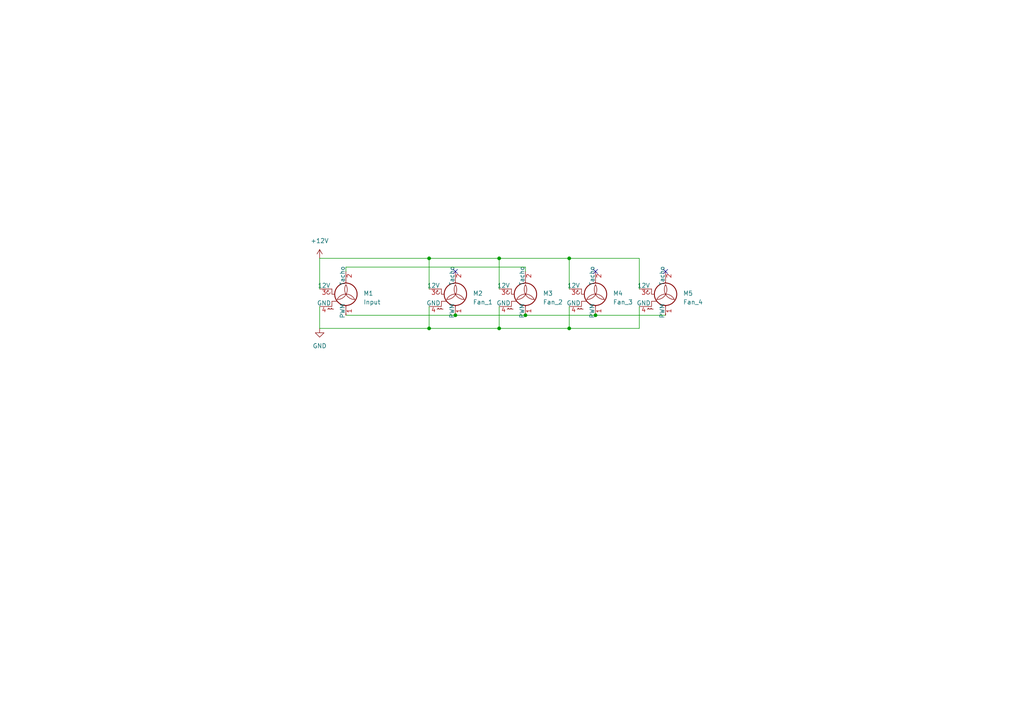
<source format=kicad_sch>
(kicad_sch (version 20211123) (generator eeschema)

  (uuid e63e39d7-6ac0-4ffd-8aa3-1841a4541b55)

  (paper "A4")

  (lib_symbols
    (symbol "New_Library:Fan_4Pin_PWM" (pin_names (offset 0)) (in_bom yes) (on_board yes)
      (property "Reference" "M" (id 0) (at 2.54 5.08 0)
        (effects (font (size 1.27 1.27)) (justify left))
      )
      (property "Value" "Fan_4Pin_PWM" (id 1) (at 2.54 -2.54 0)
        (effects (font (size 1.27 1.27)) (justify left top))
      )
      (property "Footprint" "" (id 2) (at 0 0.254 0)
        (effects (font (size 1.27 1.27)) hide)
      )
      (property "Datasheet" "http://www.formfactors.org/developer%5Cspecs%5Crev1_2_public.pdf" (id 3) (at 0 0.254 0)
        (effects (font (size 1.27 1.27)) hide)
      )
      (property "ki_keywords" "Fan Motor tacho PWM" (id 4) (at 0 0 0)
        (effects (font (size 1.27 1.27)) hide)
      )
      (property "ki_description" "Fan, tacho output, PWM input, 4-pin connector" (id 5) (at 0 0 0)
        (effects (font (size 1.27 1.27)) hide)
      )
      (property "ki_fp_filters" "FanPinHeader*P2.54mm*Vertical* PinHeader*P2.54mm*Vertical* TerminalBlock*" (id 6) (at 0 0 0)
        (effects (font (size 1.27 1.27)) hide)
      )
      (symbol "Fan_4Pin_PWM_0_0"
        (arc (start -5.588 1.524) (mid -5.08 1.016) (end -4.572 1.524)
          (stroke (width 0) (type default) (color 0 0 0 0))
          (fill (type none))
        )
        (arc (start -5.08 2.032) (mid -5.4392 1.8832) (end -5.588 1.524)
          (stroke (width 0) (type default) (color 0 0 0 0))
          (fill (type none))
        )
        (polyline
          (pts
            (xy -5.08 2.032)
            (xy -5.334 2.159)
          )
          (stroke (width 0) (type default) (color 0 0 0 0))
          (fill (type none))
        )
        (polyline
          (pts
            (xy -5.08 2.032)
            (xy -5.207 1.778)
          )
          (stroke (width 0) (type default) (color 0 0 0 0))
          (fill (type none))
        )
        (polyline
          (pts
            (xy -4.064 2.54)
            (xy -4.064 1.016)
            (xy -3.302 1.016)
          )
          (stroke (width 0) (type default) (color 0 0 0 0))
          (fill (type none))
        )
      )
      (symbol "Fan_4Pin_PWM_0_1"
        (arc (start -2.54 -0.508) (mid -0.0014 0.9048) (end 0 3.81)
          (stroke (width 0) (type default) (color 0 0 0 0))
          (fill (type none))
        )
        (polyline
          (pts
            (xy -4.064 2.54)
            (xy -5.08 2.54)
          )
          (stroke (width 0) (type default) (color 0 0 0 0))
          (fill (type none))
        )
        (polyline
          (pts
            (xy 0 -5.08)
            (xy 0 -4.572)
          )
          (stroke (width 0) (type default) (color 0 0 0 0))
          (fill (type none))
        )
        (polyline
          (pts
            (xy 0 -2.2352)
            (xy 0 -2.6416)
          )
          (stroke (width 0) (type default) (color 0 0 0 0))
          (fill (type none))
        )
        (polyline
          (pts
            (xy 0 4.2672)
            (xy 0 4.6228)
          )
          (stroke (width 0) (type default) (color 0 0 0 0))
          (fill (type none))
        )
        (polyline
          (pts
            (xy 0 4.572)
            (xy 0 5.08)
          )
          (stroke (width 0) (type default) (color 0 0 0 0))
          (fill (type none))
        )
        (polyline
          (pts
            (xy -2.54 -1.016)
            (xy -4.064 -1.016)
            (xy -4.064 -2.54)
            (xy -5.08 -2.54)
          )
          (stroke (width 0) (type default) (color 0 0 0 0))
          (fill (type none))
        )
        (polyline
          (pts
            (xy -5.334 -3.302)
            (xy -5.08 -3.302)
            (xy -5.08 -3.048)
            (xy -4.826 -3.048)
            (xy -4.826 -3.302)
            (xy -4.318 -3.302)
            (xy -4.318 -3.048)
            (xy -4.064 -3.048)
            (xy -4.064 -3.302)
            (xy -3.556 -3.302)
          )
          (stroke (width 0) (type default) (color 0 0 0 0))
          (fill (type none))
        )
        (circle (center 0 1.016) (radius 3.2512)
          (stroke (width 0.254) (type default) (color 0 0 0 0))
          (fill (type none))
        )
        (arc (start 0 3.81) (mid 0.0468 0.9315) (end 2.54 -0.508)
          (stroke (width 0) (type default) (color 0 0 0 0))
          (fill (type none))
        )
        (arc (start 2.54 -0.508) (mid 0 1.0618) (end -2.54 -0.508)
          (stroke (width 0) (type default) (color 0 0 0 0))
          (fill (type none))
        )
      )
      (symbol "Fan_4Pin_PWM_1_1"
        (pin passive line (at 0 -5.08 90) (length 2.54)
          (name "GND" (effects (font (size 1.27 1.27))))
          (number "1" (effects (font (size 1.27 1.27))))
          (alternate "PWM" input line)
        )
        (pin passive line (at 0 7.62 270) (length 2.54)
          (name "12V" (effects (font (size 1.27 1.27))))
          (number "2" (effects (font (size 1.27 1.27))))
          (alternate "Tacho" passive line)
        )
        (pin passive line (at -7.62 2.54 0) (length 2.54)
          (name "Tacho" (effects (font (size 1.27 1.27))))
          (number "3" (effects (font (size 1.27 1.27))))
          (alternate "12V" passive line)
        )
        (pin input line (at -7.62 -2.54 0) (length 2.54)
          (name "PWM" (effects (font (size 1.27 1.27))))
          (number "4" (effects (font (size 1.27 1.27))))
          (alternate "GND" passive line)
        )
      )
    )
    (symbol "power:+12V" (power) (pin_names (offset 0)) (in_bom yes) (on_board yes)
      (property "Reference" "#PWR" (id 0) (at 0 -3.81 0)
        (effects (font (size 1.27 1.27)) hide)
      )
      (property "Value" "+12V" (id 1) (at 0 3.556 0)
        (effects (font (size 1.27 1.27)))
      )
      (property "Footprint" "" (id 2) (at 0 0 0)
        (effects (font (size 1.27 1.27)) hide)
      )
      (property "Datasheet" "" (id 3) (at 0 0 0)
        (effects (font (size 1.27 1.27)) hide)
      )
      (property "ki_keywords" "power-flag" (id 4) (at 0 0 0)
        (effects (font (size 1.27 1.27)) hide)
      )
      (property "ki_description" "Power symbol creates a global label with name \"+12V\"" (id 5) (at 0 0 0)
        (effects (font (size 1.27 1.27)) hide)
      )
      (symbol "+12V_0_1"
        (polyline
          (pts
            (xy -0.762 1.27)
            (xy 0 2.54)
          )
          (stroke (width 0) (type default) (color 0 0 0 0))
          (fill (type none))
        )
        (polyline
          (pts
            (xy 0 0)
            (xy 0 2.54)
          )
          (stroke (width 0) (type default) (color 0 0 0 0))
          (fill (type none))
        )
        (polyline
          (pts
            (xy 0 2.54)
            (xy 0.762 1.27)
          )
          (stroke (width 0) (type default) (color 0 0 0 0))
          (fill (type none))
        )
      )
      (symbol "+12V_1_1"
        (pin power_in line (at 0 0 90) (length 0) hide
          (name "+12V" (effects (font (size 1.27 1.27))))
          (number "1" (effects (font (size 1.27 1.27))))
        )
      )
    )
    (symbol "power:GND" (power) (pin_names (offset 0)) (in_bom yes) (on_board yes)
      (property "Reference" "#PWR" (id 0) (at 0 -6.35 0)
        (effects (font (size 1.27 1.27)) hide)
      )
      (property "Value" "GND" (id 1) (at 0 -3.81 0)
        (effects (font (size 1.27 1.27)))
      )
      (property "Footprint" "" (id 2) (at 0 0 0)
        (effects (font (size 1.27 1.27)) hide)
      )
      (property "Datasheet" "" (id 3) (at 0 0 0)
        (effects (font (size 1.27 1.27)) hide)
      )
      (property "ki_keywords" "power-flag" (id 4) (at 0 0 0)
        (effects (font (size 1.27 1.27)) hide)
      )
      (property "ki_description" "Power symbol creates a global label with name \"GND\" , ground" (id 5) (at 0 0 0)
        (effects (font (size 1.27 1.27)) hide)
      )
      (symbol "GND_0_1"
        (polyline
          (pts
            (xy 0 0)
            (xy 0 -1.27)
            (xy 1.27 -1.27)
            (xy 0 -2.54)
            (xy -1.27 -1.27)
            (xy 0 -1.27)
          )
          (stroke (width 0) (type default) (color 0 0 0 0))
          (fill (type none))
        )
      )
      (symbol "GND_1_1"
        (pin power_in line (at 0 0 270) (length 0) hide
          (name "GND" (effects (font (size 1.27 1.27))))
          (number "1" (effects (font (size 1.27 1.27))))
        )
      )
    )
  )

  (junction (at 132.08 91.44) (diameter 0) (color 0 0 0 0)
    (uuid 13567744-77ab-4841-b0c6-039631b27d7f)
  )
  (junction (at 124.46 95.25) (diameter 0) (color 0 0 0 0)
    (uuid 2a0cb0b2-9ac2-44f6-8949-d14b0b931ffe)
  )
  (junction (at 165.1 74.93) (diameter 0) (color 0 0 0 0)
    (uuid 2dcd34aa-b97e-475c-b306-119d0ffca285)
  )
  (junction (at 165.1 95.25) (diameter 0) (color 0 0 0 0)
    (uuid 57dfb776-c57f-4b8a-a1db-39a98b203552)
  )
  (junction (at 172.72 91.44) (diameter 0) (color 0 0 0 0)
    (uuid 6dc56088-da4f-4066-b350-21fa0f58b2d8)
  )
  (junction (at 152.4 91.44) (diameter 0) (color 0 0 0 0)
    (uuid 8673ed00-adad-4d42-93ad-105b81a5aab7)
  )
  (junction (at 144.78 95.25) (diameter 0) (color 0 0 0 0)
    (uuid 8abb5f90-7efa-4409-beca-4606f411caa6)
  )
  (junction (at 144.78 74.93) (diameter 0) (color 0 0 0 0)
    (uuid a68a3399-5db6-4578-ae88-a281261dfd1d)
  )
  (junction (at 124.46 74.93) (diameter 0) (color 0 0 0 0)
    (uuid bd85cdd9-ca5c-4d1e-9fd7-dced17085cf9)
  )

  (no_connect (at 193.04 78.74) (uuid 7a70f0c5-e69d-432f-971e-6025282b6aa7))
  (no_connect (at 172.72 78.74) (uuid 7a70f0c5-e69d-432f-971e-6025282b6aa7))
  (no_connect (at 132.08 78.74) (uuid aa134fb9-38e1-4f81-a6ab-bdd4786e63cd))

  (wire (pts (xy 172.72 91.44) (xy 193.04 91.44))
    (stroke (width 0) (type default) (color 0 0 0 0))
    (uuid 0460669e-1215-450a-a7ab-80d187153cdb)
  )
  (wire (pts (xy 100.33 77.47) (xy 152.4 77.47))
    (stroke (width 0) (type default) (color 0 0 0 0))
    (uuid 0c47bc97-6419-4b48-bfc0-d5f20da78584)
  )
  (wire (pts (xy 124.46 95.25) (xy 144.78 95.25))
    (stroke (width 0) (type default) (color 0 0 0 0))
    (uuid 2c2af2fb-b8c0-4aa5-958a-d8c316415053)
  )
  (wire (pts (xy 100.33 78.74) (xy 100.33 77.47))
    (stroke (width 0) (type default) (color 0 0 0 0))
    (uuid 396c79aa-7227-49f0-aad2-adcda3ff54e2)
  )
  (wire (pts (xy 124.46 74.93) (xy 144.78 74.93))
    (stroke (width 0) (type default) (color 0 0 0 0))
    (uuid 39d4913a-6006-4b3b-9606-7232842d16ca)
  )
  (wire (pts (xy 132.08 91.44) (xy 152.4 91.44))
    (stroke (width 0) (type default) (color 0 0 0 0))
    (uuid 52ca5ef5-2162-4de9-b6d3-65470e769508)
  )
  (wire (pts (xy 185.42 83.82) (xy 185.42 74.93))
    (stroke (width 0) (type default) (color 0 0 0 0))
    (uuid 5d5347b5-0e5b-47b3-a3e3-d6f5725bead7)
  )
  (wire (pts (xy 144.78 88.9) (xy 144.78 95.25))
    (stroke (width 0) (type default) (color 0 0 0 0))
    (uuid 6c2c0c44-20cf-4268-a274-8f3e33adb3fb)
  )
  (wire (pts (xy 144.78 74.93) (xy 165.1 74.93))
    (stroke (width 0) (type default) (color 0 0 0 0))
    (uuid 6fef3310-487e-45fc-9f00-7a919abdfe90)
  )
  (wire (pts (xy 185.42 88.9) (xy 185.42 95.25))
    (stroke (width 0) (type default) (color 0 0 0 0))
    (uuid 73b7da4d-5c74-47c7-84fc-a398710762f6)
  )
  (wire (pts (xy 92.71 95.25) (xy 124.46 95.25))
    (stroke (width 0) (type default) (color 0 0 0 0))
    (uuid 778afe45-9f16-4ca1-a254-07a0979cd9bb)
  )
  (wire (pts (xy 144.78 95.25) (xy 165.1 95.25))
    (stroke (width 0) (type default) (color 0 0 0 0))
    (uuid 8962d548-b48c-4fae-b6b2-8cd84246280c)
  )
  (wire (pts (xy 92.71 88.9) (xy 92.71 95.25))
    (stroke (width 0) (type default) (color 0 0 0 0))
    (uuid 9348f73e-0de9-4560-a2fa-c7bed9f689f2)
  )
  (wire (pts (xy 185.42 74.93) (xy 165.1 74.93))
    (stroke (width 0) (type default) (color 0 0 0 0))
    (uuid 9ff561e4-65e2-41ac-a215-6a3669456df0)
  )
  (wire (pts (xy 124.46 88.9) (xy 124.46 95.25))
    (stroke (width 0) (type default) (color 0 0 0 0))
    (uuid a09bc8b0-9f2c-46ec-b332-970553d5b598)
  )
  (wire (pts (xy 124.46 74.93) (xy 124.46 83.82))
    (stroke (width 0) (type default) (color 0 0 0 0))
    (uuid a485e3f5-0c47-4e84-a869-9856b5b2ddb4)
  )
  (wire (pts (xy 144.78 83.82) (xy 144.78 74.93))
    (stroke (width 0) (type default) (color 0 0 0 0))
    (uuid a5e6e70b-c533-4d1e-95c2-f8cf16ce6afa)
  )
  (wire (pts (xy 152.4 91.44) (xy 172.72 91.44))
    (stroke (width 0) (type default) (color 0 0 0 0))
    (uuid a6ccf706-44ac-475a-9a4c-8ac0cba980d6)
  )
  (wire (pts (xy 152.4 77.47) (xy 152.4 78.74))
    (stroke (width 0) (type default) (color 0 0 0 0))
    (uuid a9b7815c-0120-463f-8f10-ce225ee78981)
  )
  (wire (pts (xy 92.71 74.93) (xy 124.46 74.93))
    (stroke (width 0) (type default) (color 0 0 0 0))
    (uuid acf6fe95-0ccb-4c50-a72f-7c8b2b7d60af)
  )
  (wire (pts (xy 165.1 83.82) (xy 165.1 74.93))
    (stroke (width 0) (type default) (color 0 0 0 0))
    (uuid b23d6491-e320-4cab-ad92-24ea27af5b34)
  )
  (wire (pts (xy 100.33 91.44) (xy 132.08 91.44))
    (stroke (width 0) (type default) (color 0 0 0 0))
    (uuid b32183f9-e002-4a64-a1c2-255269c79027)
  )
  (wire (pts (xy 92.71 83.82) (xy 92.71 74.93))
    (stroke (width 0) (type default) (color 0 0 0 0))
    (uuid b5e74be3-9b70-4688-be81-361dc2880562)
  )
  (wire (pts (xy 165.1 95.25) (xy 165.1 88.9))
    (stroke (width 0) (type default) (color 0 0 0 0))
    (uuid db1a700d-a4a6-469e-a3e5-25b5f7589d68)
  )
  (wire (pts (xy 185.42 95.25) (xy 165.1 95.25))
    (stroke (width 0) (type default) (color 0 0 0 0))
    (uuid dd5b78c7-80ce-4af0-98d9-859ee4de8808)
  )

  (symbol (lib_id "New_Library:Fan_4Pin_PWM") (at 193.04 86.36 0) (unit 1)
    (in_bom yes) (on_board yes) (fields_autoplaced)
    (uuid 1bec898b-7392-48b3-874e-4cf8b4d81705)
    (property "Reference" "M5" (id 0) (at 198.12 85.0899 0)
      (effects (font (size 1.27 1.27)) (justify left))
    )
    (property "Value" "Fan_4" (id 1) (at 198.12 87.6299 0)
      (effects (font (size 1.27 1.27)) (justify left))
    )
    (property "Footprint" "Connector_PinHeader_2.54mm:PinHeader_1x04_P2.54mm_Horizontal" (id 2) (at 193.04 86.106 0)
      (effects (font (size 1.27 1.27)) hide)
    )
    (property "Datasheet" "http://www.formfactors.org/developer%5Cspecs%5Crev1_2_public.pdf" (id 3) (at 193.04 86.106 0)
      (effects (font (size 1.27 1.27)) hide)
    )
    (pin "1" (uuid 65a0be0e-e533-4531-a6d7-d67f7f67ab34) (alternate "PWM"))
    (pin "2" (uuid e4f53663-9111-480a-a376-446fa24f18af) (alternate "Tacho"))
    (pin "3" (uuid 8308d7d0-96ed-4661-8973-818350c7bbf7) (alternate "12V"))
    (pin "4" (uuid b6122657-46c3-48ae-93d8-16d0229be95b) (alternate "GND"))
  )

  (symbol (lib_id "power:GND") (at 92.71 95.25 0) (unit 1)
    (in_bom yes) (on_board yes) (fields_autoplaced)
    (uuid 5b297e4d-3f15-42c4-af74-b04d804291c1)
    (property "Reference" "#PWR0101" (id 0) (at 92.71 101.6 0)
      (effects (font (size 1.27 1.27)) hide)
    )
    (property "Value" "GND" (id 1) (at 92.71 100.33 0))
    (property "Footprint" "" (id 2) (at 92.71 95.25 0)
      (effects (font (size 1.27 1.27)) hide)
    )
    (property "Datasheet" "" (id 3) (at 92.71 95.25 0)
      (effects (font (size 1.27 1.27)) hide)
    )
    (pin "1" (uuid e4f9ed6b-ee78-4831-9400-3151a0a8cd72))
  )

  (symbol (lib_id "New_Library:Fan_4Pin_PWM") (at 172.72 86.36 0) (unit 1)
    (in_bom yes) (on_board yes) (fields_autoplaced)
    (uuid a358b316-e110-4106-95c7-ada124f0ff74)
    (property "Reference" "M4" (id 0) (at 177.8 85.0899 0)
      (effects (font (size 1.27 1.27)) (justify left))
    )
    (property "Value" "Fan_3" (id 1) (at 177.8 87.6299 0)
      (effects (font (size 1.27 1.27)) (justify left))
    )
    (property "Footprint" "Connector_PinHeader_2.54mm:PinHeader_1x04_P2.54mm_Horizontal" (id 2) (at 172.72 86.106 0)
      (effects (font (size 1.27 1.27)) hide)
    )
    (property "Datasheet" "http://www.formfactors.org/developer%5Cspecs%5Crev1_2_public.pdf" (id 3) (at 172.72 86.106 0)
      (effects (font (size 1.27 1.27)) hide)
    )
    (pin "1" (uuid 47ac9772-3d12-4e4c-be34-49c86c4d11b8) (alternate "PWM"))
    (pin "2" (uuid 2050d3e7-5a0d-46e9-8fed-4dd06834b0ed) (alternate "Tacho"))
    (pin "3" (uuid cea3542e-fe7d-4c74-aa61-6bf2ac1b23e4) (alternate "12V"))
    (pin "4" (uuid 3428e615-44bb-48e1-8c69-aeab6299726a) (alternate "GND"))
  )

  (symbol (lib_id "New_Library:Fan_4Pin_PWM") (at 100.33 86.36 0) (unit 1)
    (in_bom yes) (on_board yes) (fields_autoplaced)
    (uuid ba959c76-538b-4992-8d6b-d362536ec2a9)
    (property "Reference" "M1" (id 0) (at 105.41 85.0899 0)
      (effects (font (size 1.27 1.27)) (justify left))
    )
    (property "Value" "Input" (id 1) (at 105.41 87.6299 0)
      (effects (font (size 1.27 1.27)) (justify left))
    )
    (property "Footprint" "Connector_PinHeader_2.54mm:PinHeader_1x04_P2.54mm_Horizontal" (id 2) (at 100.33 86.106 0)
      (effects (font (size 1.27 1.27)) hide)
    )
    (property "Datasheet" "http://www.formfactors.org/developer%5Cspecs%5Crev1_2_public.pdf" (id 3) (at 100.33 86.106 0)
      (effects (font (size 1.27 1.27)) hide)
    )
    (pin "1" (uuid 2373ad9b-3328-417f-bc2b-35792bd55962) (alternate "PWM"))
    (pin "2" (uuid e8fc37b2-739b-4e1a-a7ab-85ad2c069915) (alternate "Tacho"))
    (pin "3" (uuid 70f9e2aa-14cc-42a8-bb96-c1bc089f2150) (alternate "12V"))
    (pin "4" (uuid 9de2492f-19d1-4e56-8af2-434c03849bb0) (alternate "GND"))
  )

  (symbol (lib_id "New_Library:Fan_4Pin_PWM") (at 152.4 86.36 0) (unit 1)
    (in_bom yes) (on_board yes) (fields_autoplaced)
    (uuid bf9542e1-f300-4598-b55b-de3c7bdabf54)
    (property "Reference" "M3" (id 0) (at 157.48 85.0899 0)
      (effects (font (size 1.27 1.27)) (justify left))
    )
    (property "Value" "Fan_2" (id 1) (at 157.48 87.6299 0)
      (effects (font (size 1.27 1.27)) (justify left))
    )
    (property "Footprint" "Connector_PinHeader_2.54mm:PinHeader_1x04_P2.54mm_Horizontal" (id 2) (at 152.4 86.106 0)
      (effects (font (size 1.27 1.27)) hide)
    )
    (property "Datasheet" "http://www.formfactors.org/developer%5Cspecs%5Crev1_2_public.pdf" (id 3) (at 152.4 86.106 0)
      (effects (font (size 1.27 1.27)) hide)
    )
    (pin "1" (uuid 645faee6-4af6-42b2-b745-3c669a421ced) (alternate "PWM"))
    (pin "2" (uuid 22561d07-9592-476e-bd32-da07fa9eac1a) (alternate "Tacho"))
    (pin "3" (uuid 4cdd5c9c-26d5-4920-b916-6557a884377a) (alternate "12V"))
    (pin "4" (uuid 17555d1c-2d26-4ebc-9dab-20d2aa8975b5) (alternate "GND"))
  )

  (symbol (lib_id "New_Library:Fan_4Pin_PWM") (at 132.08 86.36 0) (unit 1)
    (in_bom yes) (on_board yes) (fields_autoplaced)
    (uuid f50ea3f6-9887-4dc3-9ec9-7a0fb1ee7721)
    (property "Reference" "M2" (id 0) (at 137.16 85.0899 0)
      (effects (font (size 1.27 1.27)) (justify left))
    )
    (property "Value" "Fan_1" (id 1) (at 137.16 87.6299 0)
      (effects (font (size 1.27 1.27)) (justify left))
    )
    (property "Footprint" "Connector_PinHeader_2.54mm:PinHeader_1x04_P2.54mm_Horizontal" (id 2) (at 132.08 86.106 0)
      (effects (font (size 1.27 1.27)) hide)
    )
    (property "Datasheet" "http://www.formfactors.org/developer%5Cspecs%5Crev1_2_public.pdf" (id 3) (at 132.08 86.106 0)
      (effects (font (size 1.27 1.27)) hide)
    )
    (pin "1" (uuid 46f85ca6-a340-44f7-933d-6a8e31c96d75) (alternate "PWM"))
    (pin "2" (uuid 638c2b68-5c53-4d76-b95b-019c6912b059) (alternate "Tacho"))
    (pin "3" (uuid 6096f853-7b39-4e9e-b8af-5844013346f9) (alternate "12V"))
    (pin "4" (uuid 1938ac0a-a852-469c-aaff-eb235f04d892) (alternate "GND"))
  )

  (symbol (lib_id "power:+12V") (at 92.71 74.93 0) (unit 1)
    (in_bom yes) (on_board yes) (fields_autoplaced)
    (uuid fdbfbc19-1707-49c5-b845-8bf4b0a34122)
    (property "Reference" "#PWR0102" (id 0) (at 92.71 78.74 0)
      (effects (font (size 1.27 1.27)) hide)
    )
    (property "Value" "+12V" (id 1) (at 92.71 69.85 0))
    (property "Footprint" "" (id 2) (at 92.71 74.93 0)
      (effects (font (size 1.27 1.27)) hide)
    )
    (property "Datasheet" "" (id 3) (at 92.71 74.93 0)
      (effects (font (size 1.27 1.27)) hide)
    )
    (pin "1" (uuid c5bc55d6-6c37-4a87-b33f-e350fe70079f))
  )

  (sheet_instances
    (path "/" (page "1"))
  )

  (symbol_instances
    (path "/5b297e4d-3f15-42c4-af74-b04d804291c1"
      (reference "#PWR0101") (unit 1) (value "GND") (footprint "")
    )
    (path "/fdbfbc19-1707-49c5-b845-8bf4b0a34122"
      (reference "#PWR0102") (unit 1) (value "+12V") (footprint "")
    )
    (path "/ba959c76-538b-4992-8d6b-d362536ec2a9"
      (reference "M1") (unit 1) (value "Input") (footprint "Connector_PinHeader_2.54mm:PinHeader_1x04_P2.54mm_Horizontal")
    )
    (path "/f50ea3f6-9887-4dc3-9ec9-7a0fb1ee7721"
      (reference "M2") (unit 1) (value "Fan_1") (footprint "Connector_PinHeader_2.54mm:PinHeader_1x04_P2.54mm_Horizontal")
    )
    (path "/bf9542e1-f300-4598-b55b-de3c7bdabf54"
      (reference "M3") (unit 1) (value "Fan_2") (footprint "Connector_PinHeader_2.54mm:PinHeader_1x04_P2.54mm_Horizontal")
    )
    (path "/a358b316-e110-4106-95c7-ada124f0ff74"
      (reference "M4") (unit 1) (value "Fan_3") (footprint "Connector_PinHeader_2.54mm:PinHeader_1x04_P2.54mm_Horizontal")
    )
    (path "/1bec898b-7392-48b3-874e-4cf8b4d81705"
      (reference "M5") (unit 1) (value "Fan_4") (footprint "Connector_PinHeader_2.54mm:PinHeader_1x04_P2.54mm_Horizontal")
    )
  )
)

</source>
